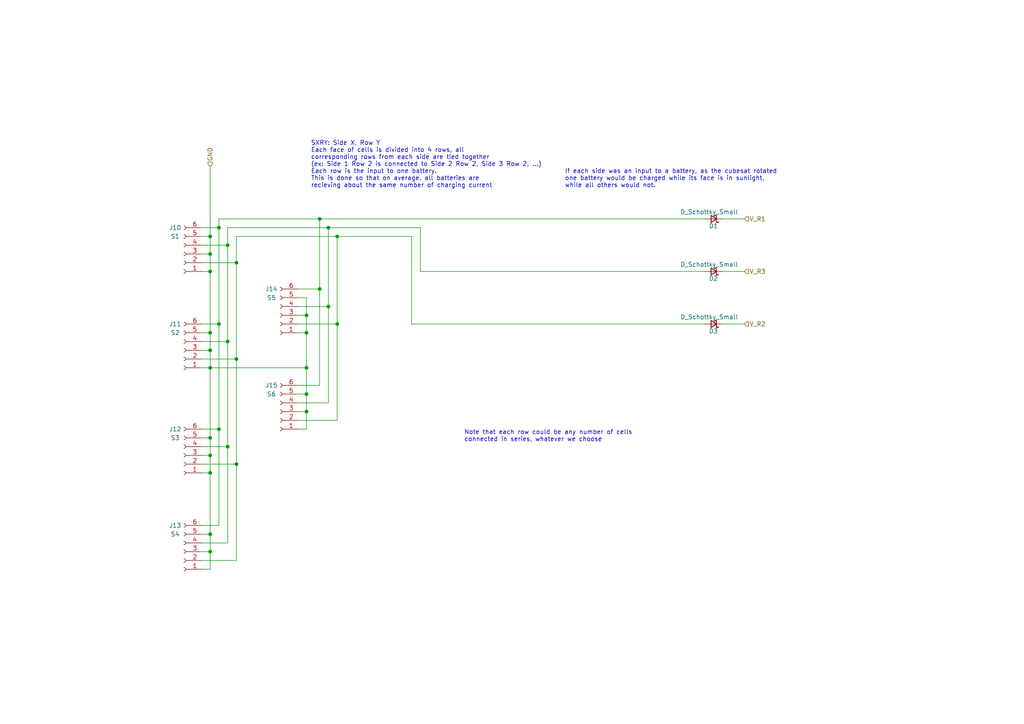
<source format=kicad_sch>
(kicad_sch (version 20211123) (generator eeschema)
  (paper "A4")
  (lib_symbols
    (symbol "Connector:Conn_01x06_Female" (pin_names (offset 1.016) hide)
      (property "Reference" "J" (at 0 7.62 0))
      (property "Value" "Conn_01x06_Female" (at 0 -10.16 0))
      (symbol "Conn_01x06_Female_1_1"
        (arc (start 0 -7.112) (mid -0.508 -7.62) (end 0 -8.128) (stroke (width 0.1524)))
        (arc (start 0 -4.572) (mid -0.508 -5.08) (end 0 -5.588) (stroke (width 0.1524)))
        (arc (start 0 -2.032) (mid -0.508 -2.54) (end 0 -3.048) (stroke (width 0.1524)))
        (polyline (pts (xy -1.27 -7.62) (xy -0.508 -7.62)) (stroke (width 0.1524)))
        (polyline (pts (xy -1.27 -5.08) (xy -0.508 -5.08)) (stroke (width 0.1524)))
        (polyline (pts (xy -1.27 -2.54) (xy -0.508 -2.54)) (stroke (width 0.1524)))
        (polyline (pts (xy -1.27 0) (xy -0.508 0)) (stroke (width 0.1524)))
        (polyline (pts (xy -1.27 2.54) (xy -0.508 2.54)) (stroke (width 0.1524)))
        (polyline (pts (xy -1.27 5.08) (xy -0.508 5.08)) (stroke (width 0.1524)))
        (arc (start 0 0.508) (mid -0.508 0) (end 0 -0.508) (stroke (width 0.1524)))
        (arc (start 0 3.048) (mid -0.508 2.54) (end 0 2.032) (stroke (width 0.1524)))
        (arc (start 0 5.588) (mid -0.508 5.08) (end 0 4.572) (stroke (width 0.1524)))
        (pin passive line (at -5.08 5.08 0) (length 3.81) (name "Pin_1") (number "1"))
        (pin passive line (at -5.08 2.54 0) (length 3.81) (name "Pin_2") (number "2"))
        (pin passive line (at -5.08 0 0) (length 3.81) (name "Pin_3") (number "3"))
        (pin passive line (at -5.08 -2.54 0) (length 3.81) (name "Pin_4") (number "4"))
        (pin passive line (at -5.08 -5.08 0) (length 3.81) (name "Pin_5") (number "5"))
        (pin passive line (at -5.08 -7.62 0) (length 3.81) (name "Pin_6") (number "6"))
      )
    )
    (symbol "Device:D_Schottky_Small" (pin_numbers hide) (pin_names (offset 0.254) hide)
      (property "Reference" "D" (at -1.27 2.032 0))
      (property "Value" "D_Schottky_Small" (at -7.112 -2.032 0))
      (symbol "D_Schottky_Small_0_1"
        (polyline (pts (xy -0.762 0) (xy 0.762 0)))
        (polyline (pts (xy 0.762 -1.016) (xy -0.762 0) (xy 0.762 1.016) (xy 0.762 -1.016)) (stroke (width 0.254)))
        (polyline (pts (xy -1.27 0.762) (xy -1.27 1.016) (xy -0.762 1.016) (xy -0.762 -1.016) (xy -0.254 -1.016) (xy -0.254 -0.762)) (stroke (width 0.254)))
      )
      (symbol "D_Schottky_Small_1_1"
        (pin passive line (at -2.54 0 0) (length 1.778) (name "K") (number "1"))
        (pin passive line (at 2.54 0 180) (length 1.778) (name "A") (number "2"))
      )
    )
  )
  (junction (at 88.9 119.38))
  (junction (at 60.96 68.58))
  (junction (at 60.96 160.02))
  (junction (at 60.96 132.08))
  (junction (at 66.04 99.06))
  (junction (at 60.96 106.68))
  (junction (at 97.79 93.98))
  (junction (at 63.5 124.46))
  (junction (at 60.96 154.94))
  (junction (at 60.96 127))
  (junction (at 88.9 96.52))
  (junction (at 63.5 93.98))
  (junction (at 60.96 137.16))
  (junction (at 68.58 134.62))
  (junction (at 97.79 68.58))
  (junction (at 66.04 129.54))
  (junction (at 60.96 96.52))
  (junction (at 92.71 83.82))
  (junction (at 95.25 66.04))
  (junction (at 63.5 66.04))
  (junction (at 88.9 91.44))
  (junction (at 68.58 76.2))
  (junction (at 60.96 101.6))
  (junction (at 92.71 63.5))
  (junction (at 68.58 104.14))
  (junction (at 95.25 88.9))
  (junction (at 88.9 106.68))
  (junction (at 60.96 73.66))
  (junction (at 88.9 114.3))
  (junction (at 60.96 78.74))
  (junction (at 66.04 71.12))
  (wire (pts (xy 58.42 73.66) (xy 60.96 73.66)))
  (wire (pts (xy 58.42 68.58) (xy 60.96 68.58)))
  (wire (pts (xy 92.71 63.5) (xy 92.71 83.82)))
  (wire (pts (xy 119.38 93.98) (xy 204.47 93.98)))
  (wire (pts (xy 86.36 121.92) (xy 97.79 121.92)))
  (wire (pts (xy 88.9 114.3) (xy 86.36 114.3)))
  (wire (pts (xy 60.96 127) (xy 60.96 132.08)))
  (wire (pts (xy 60.96 154.94) (xy 60.96 160.02)))
  (wire (pts (xy 60.96 106.68) (xy 88.9 106.68)))
  (wire (pts (xy 88.9 106.68) (xy 88.9 96.52)))
  (wire (pts (xy 88.9 124.46) (xy 86.36 124.46)))
  (wire (pts (xy 58.42 76.2) (xy 68.58 76.2)))
  (wire (pts (xy 58.42 101.6) (xy 60.96 101.6)))
  (wire (pts (xy 58.42 129.54) (xy 66.04 129.54)))
  (wire (pts (xy 68.58 76.2) (xy 68.58 104.14)))
  (wire (pts (xy 66.04 66.04) (xy 66.04 71.12)))
  (wire (pts (xy 97.79 68.58) (xy 97.79 93.98)))
  (wire (pts (xy 92.71 63.5) (xy 63.5 63.5)))
  (wire (pts (xy 60.96 101.6) (xy 60.96 106.68)))
  (wire (pts (xy 58.42 154.94) (xy 60.96 154.94)))
  (wire (pts (xy 88.9 114.3) (xy 88.9 119.38)))
  (wire (pts (xy 88.9 91.44) (xy 88.9 86.36)))
  (wire (pts (xy 60.96 106.68) (xy 60.96 127)))
  (wire (pts (xy 86.36 111.76) (xy 92.71 111.76)))
  (wire (pts (xy 95.25 88.9) (xy 95.25 116.84)))
  (wire (pts (xy 58.42 157.48) (xy 66.04 157.48)))
  (wire (pts (xy 60.96 137.16) (xy 60.96 154.94)))
  (wire (pts (xy 92.71 63.5) (xy 204.47 63.5)))
  (wire (pts (xy 86.36 93.98) (xy 97.79 93.98)))
  (wire (pts (xy 63.5 63.5) (xy 63.5 66.04)))
  (wire (pts (xy 66.04 99.06) (xy 66.04 129.54)))
  (wire (pts (xy 92.71 83.82) (xy 92.71 111.76)))
  (wire (pts (xy 119.38 93.98) (xy 119.38 68.58)))
  (wire (pts (xy 97.79 68.58) (xy 119.38 68.58)))
  (wire (pts (xy 60.96 78.74) (xy 60.96 96.52)))
  (wire (pts (xy 58.42 132.08) (xy 60.96 132.08)))
  (wire (pts (xy 58.42 127) (xy 60.96 127)))
  (wire (pts (xy 209.55 93.98) (xy 215.9 93.98)))
  (wire (pts (xy 58.42 106.68) (xy 60.96 106.68)))
  (wire (pts (xy 60.96 68.58) (xy 60.96 73.66)))
  (wire (pts (xy 58.42 71.12) (xy 66.04 71.12)))
  (wire (pts (xy 86.36 91.44) (xy 88.9 91.44)))
  (wire (pts (xy 86.36 88.9) (xy 95.25 88.9)))
  (wire (pts (xy 68.58 68.58) (xy 97.79 68.58)))
  (wire (pts (xy 58.42 162.56) (xy 68.58 162.56)))
  (wire (pts (xy 66.04 71.12) (xy 66.04 99.06)))
  (wire (pts (xy 86.36 116.84) (xy 95.25 116.84)))
  (wire (pts (xy 97.79 93.98) (xy 97.79 121.92)))
  (wire (pts (xy 88.9 106.68) (xy 88.9 114.3)))
  (wire (pts (xy 63.5 93.98) (xy 63.5 124.46)))
  (wire (pts (xy 58.42 137.16) (xy 60.96 137.16)))
  (wire (pts (xy 60.96 48.26) (xy 60.96 68.58)))
  (wire (pts (xy 60.96 96.52) (xy 60.96 101.6)))
  (wire (pts (xy 209.55 63.5) (xy 215.9 63.5)))
  (wire (pts (xy 121.92 78.74) (xy 121.92 66.04)))
  (wire (pts (xy 60.96 132.08) (xy 60.96 137.16)))
  (wire (pts (xy 86.36 83.82) (xy 92.71 83.82)))
  (wire (pts (xy 66.04 129.54) (xy 66.04 157.48)))
  (wire (pts (xy 58.42 165.1) (xy 60.96 165.1)))
  (wire (pts (xy 88.9 119.38) (xy 86.36 119.38)))
  (wire (pts (xy 95.25 66.04) (xy 66.04 66.04)))
  (wire (pts (xy 68.58 104.14) (xy 68.58 134.62)))
  (wire (pts (xy 60.96 165.1) (xy 60.96 160.02)))
  (wire (pts (xy 63.5 124.46) (xy 63.5 152.4)))
  (wire (pts (xy 58.42 96.52) (xy 60.96 96.52)))
  (wire (pts (xy 86.36 86.36) (xy 88.9 86.36)))
  (wire (pts (xy 58.42 124.46) (xy 63.5 124.46)))
  (wire (pts (xy 95.25 66.04) (xy 121.92 66.04)))
  (wire (pts (xy 58.42 104.14) (xy 68.58 104.14)))
  (wire (pts (xy 95.25 66.04) (xy 95.25 88.9)))
  (wire (pts (xy 88.9 119.38) (xy 88.9 124.46)))
  (wire (pts (xy 58.42 152.4) (xy 63.5 152.4)))
  (wire (pts (xy 86.36 96.52) (xy 88.9 96.52)))
  (wire (pts (xy 58.42 99.06) (xy 66.04 99.06)))
  (wire (pts (xy 63.5 66.04) (xy 63.5 93.98)))
  (wire (pts (xy 68.58 68.58) (xy 68.58 76.2)))
  (wire (pts (xy 88.9 96.52) (xy 88.9 91.44)))
  (wire (pts (xy 121.92 78.74) (xy 204.47 78.74)))
  (wire (pts (xy 60.96 73.66) (xy 60.96 78.74)))
  (wire (pts (xy 68.58 134.62) (xy 68.58 162.56)))
  (wire (pts (xy 58.42 134.62) (xy 68.58 134.62)))
  (wire (pts (xy 58.42 66.04) (xy 63.5 66.04)))
  (wire (pts (xy 58.42 78.74) (xy 60.96 78.74)))
  (wire (pts (xy 58.42 93.98) (xy 63.5 93.98)))
  (wire (pts (xy 209.55 78.74) (xy 215.9 78.74)))
  (wire (pts (xy 58.42 160.02) (xy 60.96 160.02)))
  (text "Note that each row could be any number of cells\nconnected in series, whatever we choose" (at 134.62 128.27 0) (effects (font (size 1.27 1.27)) (justify left bottom)))
  (text "If each side was an input to a battery, as the cubesat rotated\none battery would be charged while its face is in sunlight,\nwhile all others would not." (at 163.83 54.61 0) (effects (font (size 1.27 1.27)) (justify left bottom)))
  (text "SXRY: Side X, Row Y\nEach face of cells is divided into 4 rows, all\ncorresponding rows from each side are tied together\n(ex: Side 1 Row 2 is connected to Side 2 Row 2, Side 3 Row 2, ...)\nEach row is the input to one battery.\nThis is done so that on average, all batteries are\nrecieving about the same number of charging current" (at 90.17 54.61 0) (effects (font (size 1.27 1.27)) (justify left bottom)))
  (hierarchical_label "GND" (shape input) (at 60.96 48.26 90))
  (hierarchical_label "V_R1" (shape input) (at 215.9 63.5 0))
  (hierarchical_label "V_R2" (shape input) (at 215.9 93.98 0))
  (hierarchical_label "V_R3" (shape input) (at 215.9 78.74 0))
  (symbol (lib_id "Connector:Conn_01x06_Female") (at 53.34 160.02 180) (unit 1)
    (property "Reference" "J13" (at 50.8 152.4 0))
    (property "Value" "S4" (at 50.8 154.94 0))
    (property "Footprint" "Connector_PinSocket_2.54mm:PinSocket_2x03_P2.54mm_Vertical" (effects hide))
  )
  (symbol (lib_id "Connector:Conn_01x06_Female") (at 81.28 91.44 180) (unit 1)
    (property "Reference" "J14" (at 78.74 83.82 0))
    (property "Value" "S5" (at 78.74 86.36 0))
    (property "Footprint" "Connector_PinSocket_2.54mm:PinSocket_2x03_P2.54mm_Vertical" (effects hide))
  )
  (symbol (lib_id "Device:D_Schottky_Small") (at 207.01 93.98 180) (unit 1)
    (property "Reference" "D3" (at 208.28 96.012 0) (effects (justify left)))
    (property "Value" "D_Schottky_Small" (at 214.122 91.948 0) (effects (justify left)))
    (property "Footprint" "CUS520,H3F:DIO_CUS520,H3F" (effects hide))
  )
  (symbol (lib_id "Connector:Conn_01x06_Female") (at 53.34 101.6 180) (unit 1)
    (property "Reference" "J11" (at 50.8 93.98 0))
    (property "Value" "S2" (at 50.8 96.52 0))
    (property "Footprint" "Connector_PinSocket_2.54mm:PinSocket_2x03_P2.54mm_Vertical" (effects hide))
  )
  (symbol (lib_id "Device:D_Schottky_Small") (at 207.01 63.5 180) (unit 1)
    (property "Reference" "D1" (at 208.28 65.532 0) (effects (justify left)))
    (property "Value" "D_Schottky_Small" (at 214.122 61.468 0) (effects (justify left)))
    (property "Footprint" "CUS520,H3F:DIO_CUS520,H3F" (effects hide))
  )
  (symbol (lib_id "Connector:Conn_01x06_Female") (at 81.28 119.38 180) (unit 1)
    (property "Reference" "J15" (at 78.74 111.76 0))
    (property "Value" "S6" (at 78.74 114.3 0))
    (property "Footprint" "Connector_PinSocket_2.54mm:PinSocket_2x03_P2.54mm_Vertical" (effects hide))
  )
  (symbol (lib_id "Connector:Conn_01x06_Female") (at 53.34 132.08 180) (unit 1)
    (property "Reference" "J12" (at 50.8 124.46 0))
    (property "Value" "S3" (at 50.8 127 0))
    (property "Footprint" "Connector_PinSocket_2.54mm:PinSocket_2x03_P2.54mm_Vertical" (effects hide))
  )
  (symbol (lib_id "Device:D_Schottky_Small") (at 207.01 78.74 180) (unit 1)
    (property "Reference" "D2" (at 208.28 80.772 0) (effects (justify left)))
    (property "Value" "D_Schottky_Small" (at 214.122 76.708 0) (effects (justify left)))
    (property "Footprint" "CUS520,H3F:DIO_CUS520,H3F" (effects hide))
  )
  (symbol (lib_id "Connector:Conn_01x06_Female") (at 53.34 73.66 180) (unit 1)
    (property "Reference" "J10" (at 50.8 66.04 0))
    (property "Value" "S1" (at 50.8 68.58 0))
    (property "Footprint" "Connector_PinSocket_2.54mm:PinSocket_2x03_P2.54mm_Vertical" (effects hide))
  )
)
</source>
